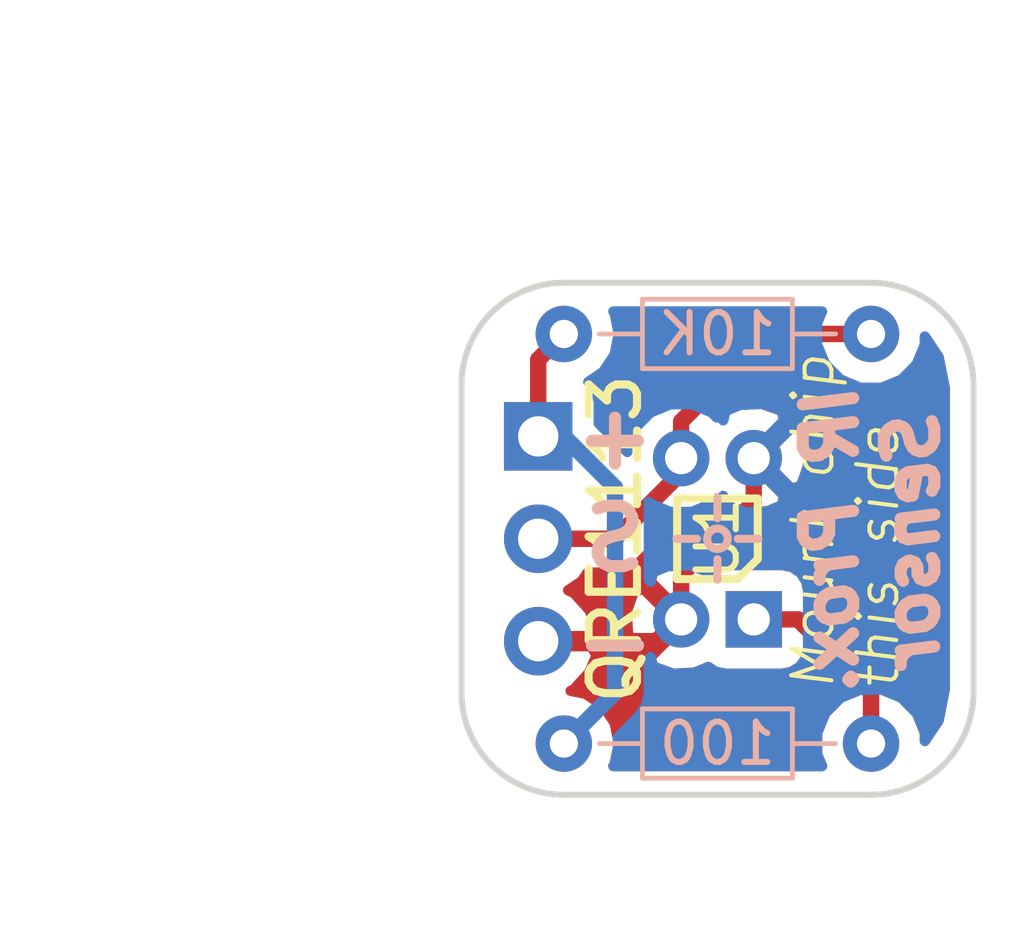
<source format=kicad_pcb>
(kicad_pcb (version 4) (host pcbnew 4.0.6)

  (general
    (links 7)
    (no_connects 0)
    (area 140.894999 100.254999 153.745001 113.105001)
    (thickness 1.6)
    (drawings 21)
    (tracks 20)
    (zones 0)
    (modules 4)
    (nets 5)
  )

  (page A4)
  (layers
    (0 F.Cu signal)
    (31 B.Cu signal)
    (32 B.Adhes user)
    (33 F.Adhes user)
    (34 B.Paste user)
    (35 F.Paste user)
    (36 B.SilkS user)
    (37 F.SilkS user)
    (38 B.Mask user)
    (39 F.Mask user)
    (40 Dwgs.User user)
    (41 Cmts.User user)
    (42 Eco1.User user)
    (43 Eco2.User user)
    (44 Edge.Cuts user)
    (45 Margin user)
    (46 B.CrtYd user)
    (47 F.CrtYd user)
    (48 B.Fab user)
    (49 F.Fab user)
  )

  (setup
    (last_trace_width 0.4064)
    (user_trace_width 0.4064)
    (trace_clearance 0.2)
    (zone_clearance 0.508)
    (zone_45_only no)
    (trace_min 0.2)
    (segment_width 0.2)
    (edge_width 0.15)
    (via_size 0.6)
    (via_drill 0.4)
    (via_min_size 0.4)
    (via_min_drill 0.3)
    (uvia_size 0.3)
    (uvia_drill 0.1)
    (uvias_allowed no)
    (uvia_min_size 0.2)
    (uvia_min_drill 0.1)
    (pcb_text_width 0.3)
    (pcb_text_size 1.5 1.5)
    (mod_edge_width 0.15)
    (mod_text_size 1 1)
    (mod_text_width 0.15)
    (pad_size 1.524 1.524)
    (pad_drill 0.762)
    (pad_to_mask_clearance 0)
    (aux_axis_origin 0 0)
    (visible_elements 7FFFFFFF)
    (pcbplotparams
      (layerselection 0x00030_80000001)
      (usegerberextensions false)
      (excludeedgelayer true)
      (linewidth 0.100000)
      (plotframeref false)
      (viasonmask false)
      (mode 1)
      (useauxorigin false)
      (hpglpennumber 1)
      (hpglpenspeed 20)
      (hpglpendiameter 15)
      (hpglpenoverlay 2)
      (psnegative false)
      (psa4output false)
      (plotreference true)
      (plotvalue true)
      (plotinvisibletext false)
      (padsonsilk false)
      (subtractmaskfromsilk false)
      (outputformat 1)
      (mirror false)
      (drillshape 1)
      (scaleselection 1)
      (outputdirectory ""))
  )

  (net 0 "")
  (net 1 "Net-(J1-Pad1)")
  (net 2 "Net-(J1-Pad2)")
  (net 3 "Net-(J1-Pad3)")
  (net 4 "Net-(R2-Pad1)")

  (net_class Default "This is the default net class."
    (clearance 0.2)
    (trace_width 0.25)
    (via_dia 0.6)
    (via_drill 0.4)
    (uvia_dia 0.3)
    (uvia_drill 0.1)
    (add_net "Net-(J1-Pad1)")
    (add_net "Net-(J1-Pad2)")
    (add_net "Net-(J1-Pad3)")
    (add_net "Net-(R2-Pad1)")
  )

  (module Pin_Headers:Pin_Header_Straight_1x03_Pitch2.54mm (layer B.Cu) (tedit 5CA659F8) (tstamp 5CA653BA)
    (at 142.875 104.14 180)
    (descr "Through hole straight pin header, 1x03, 2.54mm pitch, single row")
    (tags "Through hole pin header THT 1x03 2.54mm single row")
    (path /5CA6518B)
    (fp_text reference J1 (at 0 2.33 180) (layer B.SilkS) hide
      (effects (font (size 1 1) (thickness 0.15)) (justify mirror))
    )
    (fp_text value CONN_01X03 (at 0 -7.41 180) (layer B.Fab)
      (effects (font (size 1 1) (thickness 0.15)) (justify mirror))
    )
    (fp_line (start -0.635 1.27) (end 1.27 1.27) (layer B.Fab) (width 0.1))
    (fp_line (start 1.27 1.27) (end 1.27 -6.35) (layer B.Fab) (width 0.1))
    (fp_line (start 1.27 -6.35) (end -1.27 -6.35) (layer B.Fab) (width 0.1))
    (fp_line (start -1.27 -6.35) (end -1.27 0.635) (layer B.Fab) (width 0.1))
    (fp_line (start -1.27 0.635) (end -0.635 1.27) (layer B.Fab) (width 0.1))
    (fp_line (start -1.8 1.8) (end -1.8 -6.85) (layer B.CrtYd) (width 0.05))
    (fp_line (start -1.8 -6.85) (end 1.8 -6.85) (layer B.CrtYd) (width 0.05))
    (fp_line (start 1.8 -6.85) (end 1.8 1.8) (layer B.CrtYd) (width 0.05))
    (fp_line (start 1.8 1.8) (end -1.8 1.8) (layer B.CrtYd) (width 0.05))
    (fp_text user %R (at 0 -2.54 450) (layer B.Fab)
      (effects (font (size 1 1) (thickness 0.15)) (justify mirror))
    )
    (pad 1 thru_hole rect (at 0 0 180) (size 1.7 1.7) (drill 1) (layers *.Cu *.Mask)
      (net 1 "Net-(J1-Pad1)"))
    (pad 2 thru_hole oval (at 0 -2.54 180) (size 1.7 1.7) (drill 1) (layers *.Cu *.Mask)
      (net 2 "Net-(J1-Pad2)"))
    (pad 3 thru_hole oval (at 0 -5.08 180) (size 1.7 1.7) (drill 1) (layers *.Cu *.Mask)
      (net 3 "Net-(J1-Pad3)"))
    (model ${KISYS3DMOD}/Pin_Headers.3dshapes/Pin_Header_Straight_1x03_Pitch2.54mm.wrl
      (at (xyz 0 0 0))
      (scale (xyz 1 1 1))
      (rotate (xyz 0 0 0))
    )
  )

  (module QRE1113 (layer F.Cu) (tedit 5CA659D6) (tstamp 5CA653CE)
    (at 147.32 106.68 90)
    (descr "4-pin Resistor SIP pack")
    (tags R)
    (path /5CA659A1)
    (fp_text reference U1 (at 0 0 90) (layer F.SilkS)
      (effects (font (size 1 1) (thickness 0.15)))
    )
    (fp_text value QRE1113 (at 0 2.54 90) (layer F.Fab)
      (effects (font (size 1 1) (thickness 0.15)))
    )
    (fp_line (start 1 -1) (end 1 1) (layer F.SilkS) (width 0.2))
    (fp_line (start 1 1) (end -0.5 1) (layer F.SilkS) (width 0.2))
    (fp_line (start -0.5 1) (end -1 0.5) (layer F.SilkS) (width 0.2))
    (fp_line (start -1 0.5) (end -1 -1) (layer F.SilkS) (width 0.2))
    (fp_line (start -1 -1) (end 1 -1) (layer F.SilkS) (width 0.2))
    (pad 1 thru_hole rect (at -2 0.9 90) (size 1.4 1.4) (drill 0.8) (layers *.Cu *.Mask)
      (net 4 "Net-(R2-Pad1)"))
    (pad 2 thru_hole circle (at 2 0.9 90) (size 1.4 1.4) (drill 0.8) (layers *.Cu *.Mask)
      (net 3 "Net-(J1-Pad3)"))
    (pad 3 thru_hole circle (at 2 -0.9 90) (size 1.4 1.4) (drill 0.8) (layers *.Cu *.Mask)
      (net 2 "Net-(J1-Pad2)"))
    (pad 4 thru_hole circle (at -2 -0.9 90) (size 1.4 1.4) (drill 0.8) (layers *.Cu *.Mask)
      (net 3 "Net-(J1-Pad3)"))
    (model ${KISYS3DMOD}/Resistors_THT.3dshapes/R_Array_SIP4.wrl
      (at (xyz 0 0 0))
      (scale (xyz 0.39 0.39 0.39))
      (rotate (xyz 0 0 0))
    )
  )

  (module Resistors_THT:R_Axial_DIN0204_L3.6mm_D1.6mm_P7.62mm_Horizontal (layer B.Cu) (tedit 5D434A2D) (tstamp 5CA653C6)
    (at 151.13 111.76 180)
    (descr "Resistor, Axial_DIN0204 series, Axial, Horizontal, pin pitch=7.62mm, 0.16666666666666666W = 1/6W, length*diameter=3.6*1.6mm^2, http://cdn-reichelt.de/documents/datenblatt/B400/1_4W%23YAG.pdf")
    (tags "Resistor Axial_DIN0204 series Axial Horizontal pin pitch 7.62mm 0.16666666666666666W = 1/6W length 3.6mm diameter 1.6mm")
    (path /5CA651C8)
    (fp_text reference R2 (at 3.81 1.86 180) (layer B.SilkS) hide
      (effects (font (size 1 1) (thickness 0.15)) (justify mirror))
    )
    (fp_text value 100 (at 3.81 0 180) (layer B.SilkS)
      (effects (font (size 1 1) (thickness 0.15)) (justify mirror))
    )
    (fp_line (start 2.01 0.8) (end 2.01 -0.8) (layer B.Fab) (width 0.1))
    (fp_line (start 2.01 -0.8) (end 5.61 -0.8) (layer B.Fab) (width 0.1))
    (fp_line (start 5.61 -0.8) (end 5.61 0.8) (layer B.Fab) (width 0.1))
    (fp_line (start 5.61 0.8) (end 2.01 0.8) (layer B.Fab) (width 0.1))
    (fp_line (start 0 0) (end 2.01 0) (layer B.Fab) (width 0.1))
    (fp_line (start 7.62 0) (end 5.61 0) (layer B.Fab) (width 0.1))
    (fp_line (start 1.95 0.86) (end 1.95 -0.86) (layer B.SilkS) (width 0.12))
    (fp_line (start 1.95 -0.86) (end 5.67 -0.86) (layer B.SilkS) (width 0.12))
    (fp_line (start 5.67 -0.86) (end 5.67 0.86) (layer B.SilkS) (width 0.12))
    (fp_line (start 5.67 0.86) (end 1.95 0.86) (layer B.SilkS) (width 0.12))
    (fp_line (start 0.88 0) (end 1.95 0) (layer B.SilkS) (width 0.12))
    (fp_line (start 6.74 0) (end 5.67 0) (layer B.SilkS) (width 0.12))
    (fp_line (start -0.95 1.15) (end -0.95 -1.15) (layer B.CrtYd) (width 0.05))
    (fp_line (start -0.95 -1.15) (end 8.6 -1.15) (layer B.CrtYd) (width 0.05))
    (fp_line (start 8.6 -1.15) (end 8.6 1.15) (layer B.CrtYd) (width 0.05))
    (fp_line (start 8.6 1.15) (end -0.95 1.15) (layer B.CrtYd) (width 0.05))
    (pad 1 thru_hole circle (at 0 0 180) (size 1.4 1.4) (drill 0.7) (layers *.Cu *.Mask)
      (net 4 "Net-(R2-Pad1)"))
    (pad 2 thru_hole oval (at 7.62 0 180) (size 1.4 1.4) (drill 0.7) (layers *.Cu *.Mask)
      (net 1 "Net-(J1-Pad1)"))
    (model ${KISYS3DMOD}/Resistors_THT.3dshapes/R_Axial_DIN0204_L3.6mm_D1.6mm_P7.62mm_Horizontal.wrl
      (at (xyz 0 0 0))
      (scale (xyz 0.393701 0.393701 0.393701))
      (rotate (xyz 0 0 0))
    )
  )

  (module Resistors_THT:R_Axial_DIN0204_L3.6mm_D1.6mm_P7.62mm_Horizontal (layer B.Cu) (tedit 5D434A32) (tstamp 5CA653C0)
    (at 151.13 101.6 180)
    (descr "Resistor, Axial_DIN0204 series, Axial, Horizontal, pin pitch=7.62mm, 0.16666666666666666W = 1/6W, length*diameter=3.6*1.6mm^2, http://cdn-reichelt.de/documents/datenblatt/B400/1_4W%23YAG.pdf")
    (tags "Resistor Axial_DIN0204 series Axial Horizontal pin pitch 7.62mm 0.16666666666666666W = 1/6W length 3.6mm diameter 1.6mm")
    (path /5CA65241)
    (fp_text reference R1 (at 3.81 1.86 180) (layer B.SilkS) hide
      (effects (font (size 1 1) (thickness 0.15)) (justify mirror))
    )
    (fp_text value 10K (at 3.81 0 180) (layer B.SilkS)
      (effects (font (size 1 1) (thickness 0.15)) (justify mirror))
    )
    (fp_line (start 2.01 0.8) (end 2.01 -0.8) (layer B.Fab) (width 0.1))
    (fp_line (start 2.01 -0.8) (end 5.61 -0.8) (layer B.Fab) (width 0.1))
    (fp_line (start 5.61 -0.8) (end 5.61 0.8) (layer B.Fab) (width 0.1))
    (fp_line (start 5.61 0.8) (end 2.01 0.8) (layer B.Fab) (width 0.1))
    (fp_line (start 0 0) (end 2.01 0) (layer B.Fab) (width 0.1))
    (fp_line (start 7.62 0) (end 5.61 0) (layer B.Fab) (width 0.1))
    (fp_line (start 1.95 0.86) (end 1.95 -0.86) (layer B.SilkS) (width 0.12))
    (fp_line (start 1.95 -0.86) (end 5.67 -0.86) (layer B.SilkS) (width 0.12))
    (fp_line (start 5.67 -0.86) (end 5.67 0.86) (layer B.SilkS) (width 0.12))
    (fp_line (start 5.67 0.86) (end 1.95 0.86) (layer B.SilkS) (width 0.12))
    (fp_line (start 0.88 0) (end 1.95 0) (layer B.SilkS) (width 0.12))
    (fp_line (start 6.74 0) (end 5.67 0) (layer B.SilkS) (width 0.12))
    (fp_line (start -0.95 1.15) (end -0.95 -1.15) (layer B.CrtYd) (width 0.05))
    (fp_line (start -0.95 -1.15) (end 8.6 -1.15) (layer B.CrtYd) (width 0.05))
    (fp_line (start 8.6 -1.15) (end 8.6 1.15) (layer B.CrtYd) (width 0.05))
    (fp_line (start 8.6 1.15) (end -0.95 1.15) (layer B.CrtYd) (width 0.05))
    (pad 1 thru_hole circle (at 0 0 180) (size 1.4 1.4) (drill 0.7) (layers *.Cu *.Mask)
      (net 2 "Net-(J1-Pad2)"))
    (pad 2 thru_hole oval (at 7.62 0 180) (size 1.4 1.4) (drill 0.7) (layers *.Cu *.Mask)
      (net 1 "Net-(J1-Pad1)"))
    (model ${KISYS3DMOD}/Resistors_THT.3dshapes/R_Axial_DIN0204_L3.6mm_D1.6mm_P7.62mm_Horizontal.wrl
      (at (xyz 0 0 0))
      (scale (xyz 0.393701 0.393701 0.393701))
      (rotate (xyz 0 0 0))
    )
  )

  (gr_text "Mount chip\nthis side" (at 150.495 110.49 90) (layer F.SilkS)
    (effects (font (size 1 1) (thickness 0.1) italic) (justify left))
  )
  (gr_text "IR Prox.\nSensor" (at 151.13 106.68 90) (layer B.SilkS)
    (effects (font (size 1.25 1.25) (thickness 0.3) italic) (justify mirror))
  )
  (gr_line (start 146.812 106.68) (end 146.304 106.68) (angle 90) (layer B.SilkS) (width 0.2))
  (gr_line (start 147.32 106.172) (end 147.32 105.664) (angle 90) (layer B.SilkS) (width 0.2))
  (gr_line (start 147.828 106.68) (end 148.336 106.68) (angle 90) (layer B.SilkS) (width 0.2))
  (gr_line (start 147.32 107.188) (end 147.32 107.696) (angle 90) (layer B.SilkS) (width 0.2))
  (gr_circle (center 147.32 106.68) (end 147.32 106.426) (layer B.SilkS) (width 0.2))
  (gr_text QRE1113 (at 144.78 106.68 90) (layer F.SilkS)
    (effects (font (size 1.2 1.2) (thickness 0.2)))
  )
  (gr_line (start 151.13 113.03) (end 143.51 113.03) (angle 90) (layer Edge.Cuts) (width 0.15))
  (gr_line (start 143.51 100.33) (end 151.13 100.33) (angle 90) (layer Edge.Cuts) (width 0.15))
  (gr_text - (at 144.78 109.22) (layer B.SilkS)
    (effects (font (size 1.5 1.5) (thickness 0.3)) (justify mirror))
  )
  (gr_text S (at 144.78 106.68) (layer B.SilkS)
    (effects (font (size 1.5 1.5) (thickness 0.3)) (justify mirror))
  )
  (gr_text + (at 144.78 104.14) (layer B.SilkS)
    (effects (font (size 1.5 1.5) (thickness 0.3)) (justify mirror))
  )
  (dimension 12.7 (width 0.3) (layer Dwgs.User)
    (gr_text "0.5000 in" (at 147.32 95.17) (layer Dwgs.User)
      (effects (font (size 1.5 1.5) (thickness 0.3)))
    )
    (feature1 (pts (xy 153.67 99.06) (xy 153.67 93.82)))
    (feature2 (pts (xy 140.97 99.06) (xy 140.97 93.82)))
    (crossbar (pts (xy 140.97 96.52) (xy 153.67 96.52)))
    (arrow1a (pts (xy 153.67 96.52) (xy 152.543496 97.106421)))
    (arrow1b (pts (xy 153.67 96.52) (xy 152.543496 95.933579)))
    (arrow2a (pts (xy 140.97 96.52) (xy 142.096504 97.106421)))
    (arrow2b (pts (xy 140.97 96.52) (xy 142.096504 95.933579)))
  )
  (dimension 12.7 (width 0.3) (layer Dwgs.User)
    (gr_text "0.5000 in" (at 135.81 106.68 270) (layer Dwgs.User)
      (effects (font (size 1.5 1.5) (thickness 0.3)))
    )
    (feature1 (pts (xy 139.7 113.03) (xy 134.46 113.03)))
    (feature2 (pts (xy 139.7 100.33) (xy 134.46 100.33)))
    (crossbar (pts (xy 137.16 100.33) (xy 137.16 113.03)))
    (arrow1a (pts (xy 137.16 113.03) (xy 136.573579 111.903496)))
    (arrow1b (pts (xy 137.16 113.03) (xy 137.746421 111.903496)))
    (arrow2a (pts (xy 137.16 100.33) (xy 136.573579 101.456504)))
    (arrow2b (pts (xy 137.16 100.33) (xy 137.746421 101.456504)))
  )
  (gr_line (start 140.97 110.49) (end 140.97 102.87) (angle 90) (layer Edge.Cuts) (width 0.15))
  (gr_line (start 153.67 102.87) (end 153.67 110.49) (angle 90) (layer Edge.Cuts) (width 0.15))
  (gr_arc (start 143.51 102.87) (end 140.97 102.87) (angle 90) (layer Edge.Cuts) (width 0.15))
  (gr_arc (start 143.51 110.49) (end 143.51 113.03) (angle 90) (layer Edge.Cuts) (width 0.15))
  (gr_arc (start 151.13 110.49) (end 153.67 110.49) (angle 90) (layer Edge.Cuts) (width 0.15))
  (gr_arc (start 151.13 102.87) (end 151.13 100.33) (angle 90) (layer Edge.Cuts) (width 0.15))

  (segment (start 142.875 104.14) (end 143.51 104.14) (width 0.4064) (layer B.Cu) (net 1))
  (segment (start 143.51 104.14) (end 144.78 105.41) (width 0.4064) (layer B.Cu) (net 1) (tstamp 5D4349EF))
  (segment (start 144.78 110.49) (end 143.51 111.76) (width 0.4064) (layer B.Cu) (net 1) (tstamp 5D4349F1))
  (segment (start 144.78 105.41) (end 144.78 110.49) (width 0.4064) (layer B.Cu) (net 1) (tstamp 5D4349F0))
  (segment (start 142.875 104.14) (end 142.875 102.235) (width 0.4064) (layer F.Cu) (net 1))
  (segment (start 142.875 102.235) (end 143.51 101.6) (width 0.4064) (layer F.Cu) (net 1) (tstamp 5D4349D7))
  (segment (start 146.42 104.68) (end 146.42 103.77) (width 0.4064) (layer F.Cu) (net 2))
  (segment (start 148.59 101.6) (end 151.13 101.6) (width 0.4064) (layer F.Cu) (net 2) (tstamp 5CA660D9))
  (segment (start 146.42 103.77) (end 148.59 101.6) (width 0.4064) (layer F.Cu) (net 2) (tstamp 5CA660D8))
  (segment (start 146.42 104.68) (end 146.42 105.04) (width 0.4064) (layer F.Cu) (net 2))
  (segment (start 146.42 105.04) (end 144.78 106.68) (width 0.4064) (layer F.Cu) (net 2) (tstamp 5CA660D2))
  (segment (start 144.78 106.68) (end 142.875 106.68) (width 0.4064) (layer F.Cu) (net 2) (tstamp 5CA660D4))
  (segment (start 142.875 109.22) (end 145.88 109.22) (width 0.4064) (layer F.Cu) (net 3))
  (segment (start 145.88 109.22) (end 146.42 108.68) (width 0.4064) (layer F.Cu) (net 3) (tstamp 5CA660C2))
  (segment (start 148.22 104.68) (end 148.22 105.78) (width 0.4064) (layer F.Cu) (net 3))
  (segment (start 146.42 107.58) (end 146.42 108.68) (width 0.4064) (layer F.Cu) (net 3) (tstamp 5CA660BF))
  (segment (start 148.22 105.78) (end 146.42 107.58) (width 0.4064) (layer F.Cu) (net 3) (tstamp 5CA660BD))
  (segment (start 151.13 111.76) (end 151.13 110.49) (width 0.4064) (layer F.Cu) (net 4))
  (segment (start 149.32 108.68) (end 148.22 108.68) (width 0.4064) (layer F.Cu) (net 4) (tstamp 5CA660C9))
  (segment (start 151.13 110.49) (end 149.32 108.68) (width 0.4064) (layer F.Cu) (net 4) (tstamp 5CA660C8))

  (zone (net 3) (net_name "Net-(J1-Pad3)") (layer B.Cu) (tstamp 5CA65C07) (hatch edge 0.508)
    (connect_pads (clearance 0.508))
    (min_thickness 0.254)
    (fill yes (arc_segments 16) (thermal_gap 0.508) (thermal_bridge_width 0.508))
    (polygon
      (pts
        (xy 154.94 116.84) (xy 139.7 116.84) (xy 139.7 99.06) (xy 154.94 99.06)
      )
    )
    (filled_polygon
      (pts
        (xy 149.795232 101.333287) (xy 149.794769 101.864383) (xy 149.997582 102.355229) (xy 150.372796 102.731098) (xy 150.863287 102.934768)
        (xy 151.394383 102.935231) (xy 151.885229 102.732418) (xy 152.261098 102.357204) (xy 152.464768 101.866713) (xy 152.464947 101.661823)
        (xy 152.807848 102.175011) (xy 152.96 102.939931) (xy 152.96 110.420069) (xy 152.807848 111.184989) (xy 152.465055 111.698015)
        (xy 152.465231 111.495617) (xy 152.262418 111.004771) (xy 151.887204 110.628902) (xy 151.396713 110.425232) (xy 150.865617 110.424769)
        (xy 150.374771 110.627582) (xy 149.998902 111.002796) (xy 149.795232 111.493287) (xy 149.794769 112.024383) (xy 149.916915 112.32)
        (xy 144.736714 112.32) (xy 144.769533 112.270882) (xy 144.871154 111.76) (xy 144.841993 111.613401) (xy 145.372697 111.082697)
        (xy 145.554396 110.810766) (xy 145.6182 110.49) (xy 145.6182 109.661408) (xy 145.664331 109.615277) (xy 145.726169 109.851042)
        (xy 146.227122 110.027419) (xy 146.75744 109.998664) (xy 147.095631 109.858581) (xy 147.26811 109.976431) (xy 147.52 110.02744)
        (xy 148.92 110.02744) (xy 149.155317 109.983162) (xy 149.371441 109.84409) (xy 149.516431 109.63189) (xy 149.56744 109.38)
        (xy 149.56744 107.98) (xy 149.523162 107.744683) (xy 149.38409 107.528559) (xy 149.17189 107.383569) (xy 148.92 107.33256)
        (xy 147.52 107.33256) (xy 147.284683 107.376838) (xy 147.091552 107.501114) (xy 146.612878 107.332581) (xy 146.08256 107.361336)
        (xy 145.726169 107.508958) (xy 145.664331 107.744723) (xy 145.6182 107.698592) (xy 145.6182 105.766424) (xy 145.662796 105.811098)
        (xy 146.153287 106.014768) (xy 146.684383 106.015231) (xy 147.175229 105.812418) (xy 147.303213 105.684657) (xy 147.349082 105.730526)
        (xy 147.464331 105.615277) (xy 147.526169 105.851042) (xy 148.027122 106.027419) (xy 148.55744 105.998664) (xy 148.913831 105.851042)
        (xy 148.975669 105.615275) (xy 148.22 104.859605) (xy 148.205858 104.873748) (xy 148.026253 104.694143) (xy 148.040395 104.68)
        (xy 148.399605 104.68) (xy 149.155275 105.435669) (xy 149.391042 105.373831) (xy 149.567419 104.872878) (xy 149.538664 104.34256)
        (xy 149.391042 103.986169) (xy 149.155275 103.924331) (xy 148.399605 104.68) (xy 148.040395 104.68) (xy 148.026253 104.665858)
        (xy 148.205858 104.486252) (xy 148.22 104.500395) (xy 148.975669 103.744725) (xy 148.913831 103.508958) (xy 148.412878 103.332581)
        (xy 147.88256 103.361336) (xy 147.526169 103.508958) (xy 147.464331 103.744723) (xy 147.349082 103.629474) (xy 147.303319 103.675237)
        (xy 147.177204 103.548902) (xy 146.686713 103.345232) (xy 146.155617 103.344769) (xy 145.664771 103.547582) (xy 145.288902 103.922796)
        (xy 145.085232 104.413287) (xy 145.08513 104.529736) (xy 144.37244 103.817046) (xy 144.37244 103.29) (xy 144.328162 103.054683)
        (xy 144.18909 102.838559) (xy 144.115023 102.787951) (xy 144.480142 102.543988) (xy 144.769533 102.110882) (xy 144.871154 101.6)
        (xy 144.769533 101.089118) (xy 144.736714 101.04) (xy 149.917016 101.04)
      )
    )
    (filled_polygon
      (pts
        (xy 143.002 109.093) (xy 143.022 109.093) (xy 143.022 109.347) (xy 143.002 109.347) (xy 143.002 109.367)
        (xy 142.748 109.367) (xy 142.748 109.347) (xy 142.728 109.347) (xy 142.728 109.093) (xy 142.748 109.093)
        (xy 142.748 109.073) (xy 143.002 109.073)
      )
    )
    (filled_polygon
      (pts
        (xy 146.613748 108.665858) (xy 146.599605 108.68) (xy 146.613748 108.694143) (xy 146.434142 108.873748) (xy 146.42 108.859605)
        (xy 146.405858 108.873748) (xy 146.226252 108.694142) (xy 146.240395 108.68) (xy 146.226252 108.665858) (xy 146.405858 108.486252)
        (xy 146.42 108.500395) (xy 146.434142 108.486252)
      )
    )
  )
  (zone (net 3) (net_name "Net-(J1-Pad3)") (layer F.Cu) (tstamp 5CA65C21) (hatch edge 0.508)
    (connect_pads (clearance 0.508))
    (min_thickness 0.254)
    (fill yes (arc_segments 16) (thermal_gap 0.508) (thermal_bridge_width 0.508))
    (polygon
      (pts
        (xy 154.94 114.3) (xy 139.7 114.3) (xy 139.7 99.06) (xy 154.94 99.06)
      )
    )
    (filled_polygon
      (pts
        (xy 152.807848 102.175011) (xy 152.96 102.939931) (xy 152.96 110.420069) (xy 152.807848 111.184989) (xy 152.465055 111.698015)
        (xy 152.465231 111.495617) (xy 152.262418 111.004771) (xy 151.9682 110.710039) (xy 151.9682 110.49) (xy 151.904396 110.169235)
        (xy 151.722697 109.897303) (xy 149.912697 108.087303) (xy 149.640766 107.905604) (xy 149.550046 107.887559) (xy 149.523162 107.744683)
        (xy 149.38409 107.528559) (xy 149.17189 107.383569) (xy 148.92 107.33256) (xy 147.52 107.33256) (xy 147.284683 107.376838)
        (xy 147.091552 107.501114) (xy 146.612878 107.332581) (xy 146.08256 107.361336) (xy 145.726169 107.508958) (xy 145.664331 107.744725)
        (xy 146.42 108.500395) (xy 146.434142 108.486252) (xy 146.613748 108.665858) (xy 146.599605 108.68) (xy 146.613748 108.694143)
        (xy 146.434142 108.873748) (xy 146.42 108.859605) (xy 145.664331 109.615275) (xy 145.726169 109.851042) (xy 146.227122 110.027419)
        (xy 146.75744 109.998664) (xy 147.095631 109.858581) (xy 147.26811 109.976431) (xy 147.52 110.02744) (xy 148.92 110.02744)
        (xy 149.155317 109.983162) (xy 149.327178 109.872572) (xy 150.228352 110.773746) (xy 149.998902 111.002796) (xy 149.795232 111.493287)
        (xy 149.794769 112.024383) (xy 149.916915 112.32) (xy 144.736714 112.32) (xy 144.769533 112.270882) (xy 144.871154 111.76)
        (xy 144.769533 111.249118) (xy 144.480142 110.816012) (xy 144.047036 110.526621) (xy 143.676156 110.452848) (xy 143.756358 110.415183)
        (xy 144.146645 109.986924) (xy 144.316476 109.57689) (xy 144.195155 109.347) (xy 143.002 109.347) (xy 143.002 109.367)
        (xy 142.748 109.367) (xy 142.748 109.347) (xy 142.728 109.347) (xy 142.728 109.093) (xy 142.748 109.093)
        (xy 142.748 109.073) (xy 143.002 109.073) (xy 143.002 109.093) (xy 144.195155 109.093) (xy 144.316476 108.86311)
        (xy 144.160747 108.487122) (xy 145.072581 108.487122) (xy 145.101336 109.01744) (xy 145.248958 109.373831) (xy 145.484725 109.435669)
        (xy 146.240395 108.68) (xy 145.484725 107.924331) (xy 145.248958 107.986169) (xy 145.072581 108.487122) (xy 144.160747 108.487122)
        (xy 144.146645 108.453076) (xy 143.756358 108.024817) (xy 143.613447 107.957702) (xy 143.954147 107.730054) (xy 144.095703 107.5182)
        (xy 144.78 107.5182) (xy 145.100766 107.454396) (xy 145.372697 107.272697) (xy 146.63021 106.015184) (xy 146.684383 106.015231)
        (xy 147.175229 105.812418) (xy 147.303213 105.684657) (xy 147.349082 105.730526) (xy 147.464331 105.615277) (xy 147.526169 105.851042)
        (xy 148.027122 106.027419) (xy 148.55744 105.998664) (xy 148.913831 105.851042) (xy 148.975669 105.615275) (xy 148.22 104.859605)
        (xy 148.205858 104.873748) (xy 148.026253 104.694143) (xy 148.040395 104.68) (xy 148.399605 104.68) (xy 149.155275 105.435669)
        (xy 149.391042 105.373831) (xy 149.567419 104.872878) (xy 149.538664 104.34256) (xy 149.391042 103.986169) (xy 149.155275 103.924331)
        (xy 148.399605 104.68) (xy 148.040395 104.68) (xy 148.026253 104.665858) (xy 148.205858 104.486252) (xy 148.22 104.500395)
        (xy 148.975669 103.744725) (xy 148.913831 103.508958) (xy 148.412878 103.332581) (xy 148.021597 103.353797) (xy 148.937194 102.4382)
        (xy 150.080408 102.4382) (xy 150.372796 102.731098) (xy 150.863287 102.934768) (xy 151.394383 102.935231) (xy 151.885229 102.732418)
        (xy 152.261098 102.357204) (xy 152.464768 101.866713) (xy 152.464947 101.661823)
      )
    )
  )
)

</source>
